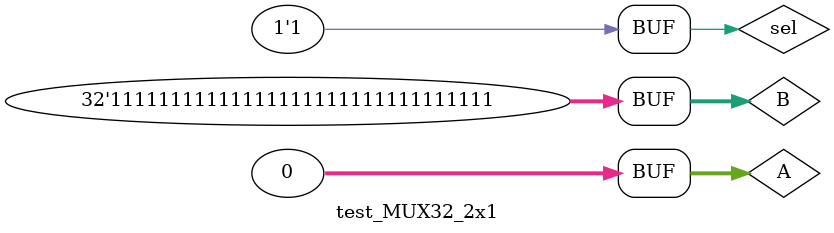
<source format=v>
`timescale 1ns / 1ps


module test_MUX32_2x1;

	// Inputs
	reg [31:0] A;
	reg [31:0] B;
	reg sel;

	// Outputs
	wire [31:0] C;

	// Instantiate the Unit Under Test (UUT)
	MUX32_2x1 uut (
		.A(A), 
		.B(B), 
		.sel(sel), 
		.C(C)
	);

	initial begin
		// Initialize Inputs
		A = 0;
		B = 32'hffffffff;
		sel = 0;

		// Wait 100 ns for global reset to finish
		#100;
        sel=1;
		// Add stimulus here

	end
      
endmodule


</source>
